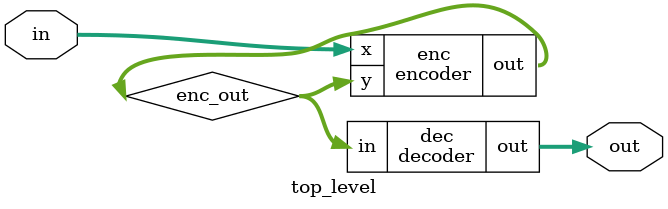
<source format=v>

module exor(output out,input a,b);
	reg temp ;
	assign out = temp;
	always@(a,b) begin
	temp = a ^ b;
	end
endmodule

module T4stst(output reg out, input a,b,c,d);
	always@(a,b,c,d)begin
	if ({b,a}== 2'b01 && {d,c}== 2'b01)
		out = 1;
	else if({b,a}== 2'b10 && {d,c}== 2'b10)
		out = 1;
	else
		out = 0;
end
endmodule

module T2(output reg out, input a, b, c, d);
	always@(a,b,c,d) begin
	if ({b,a} ==2'b10 && {d,c} == 2'b01) begin
		out = 1;
	end else if({b,a} ==2'b01 && {d,c} == 2'b10) begin
		out = 1;
	end else begin
		out = 0;
	end
end
endmodule

module ones(output [4:0]count ,input [30:0]in);
	reg [4:0]temp;
	integer i;
	assign count = temp;
	always@(in) begin
	temp = 0;
	for (i=0;i<31;i=i+1) begin
		temp = temp + in[i];
	end
	end
	
endmodule


module encoder(output [31:0]out, input wire[31:0] x, input wire[31:0]y);
	reg inv;
	reg test;
	wire [30:0]inT2, inT4stst;
	wire [4:0]countT2,countT4stst;
	//reg [4:0]ctT2, ctT4stst;

	//Module instantiation
	// Here the flit size is 32 bits, and the 0th bit indicates the inverted condition, and hence is reserved
	// for that. Care must be taken that while encoding(inverting), this 0th bit should be excluded.
	T2  t2[30:0](.out(inT2), .a(x[30:0]), .b(x[31:1]), .c(y[30:0]), .d(y[31:1]));
	T4stst t4stst[30:0](.out(inT4stst),.a(x[30:0]), .b(x[31:1]), .c(y[30:0]), .d(y[31:1]));
	ones oneT2(.count(countT2) , .in(inT2));
	ones oneT4stst(.count(countT4stst) , .in(inT4stst));
	exor xr[30:0](.out(out[30:0]), .a(x[30:0]), .b({31{inv}}));
	assign out[31] = inv;
	always@(*) begin
	if (countT2> countT4stst) begin
		inv = 1;
		//test= 1;
		
	end else 
		inv = 0;
	end
endmodule

module decoder(output [31:0] out, input [31:0]in);
	reg [31:0]temp;
	always@(in) begin
	temp[30:0] = in[30:0] ^ {31{in[31]}};
	temp[31] = in[31];
	end
	assign out = temp;
endmodule

module top_level(output [31:0]out, input [31:0]in);
	wire [31:0]enc_out;
	encoder enc(.out(enc_out), .x(in), .y(enc_out));
	decoder dec(.out(out), .in(enc_out));
endmodule

</source>
